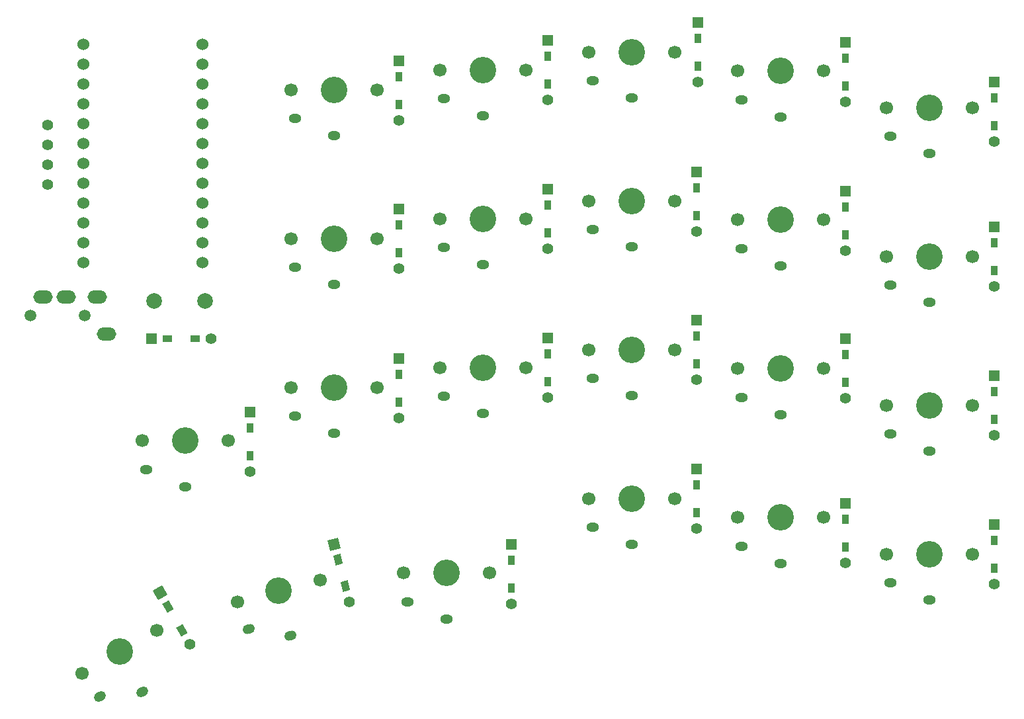
<source format=gbr>
%TF.GenerationSoftware,KiCad,Pcbnew,7.0.10*%
%TF.CreationDate,2024-09-26T01:27:18+09:00*%
%TF.ProjectId,keyboard_denchi_right,6b657962-6f61-4726-945f-64656e636869,rev?*%
%TF.SameCoordinates,Original*%
%TF.FileFunction,Soldermask,Top*%
%TF.FilePolarity,Negative*%
%FSLAX46Y46*%
G04 Gerber Fmt 4.6, Leading zero omitted, Abs format (unit mm)*
G04 Created by KiCad (PCBNEW 7.0.10) date 2024-09-26 01:27:18*
%MOMM*%
%LPD*%
G01*
G04 APERTURE LIST*
G04 Aperture macros list*
%AMHorizOval*
0 Thick line with rounded ends*
0 $1 width*
0 $2 $3 position (X,Y) of the first rounded end (center of the circle)*
0 $4 $5 position (X,Y) of the second rounded end (center of the circle)*
0 Add line between two ends*
20,1,$1,$2,$3,$4,$5,0*
0 Add two circle primitives to create the rounded ends*
1,1,$1,$2,$3*
1,1,$1,$4,$5*%
%AMRotRect*
0 Rectangle, with rotation*
0 The origin of the aperture is its center*
0 $1 length*
0 $2 width*
0 $3 Rotation angle, in degrees counterclockwise*
0 Add horizontal line*
21,1,$1,$2,0,0,$3*%
G04 Aperture macros list end*
%ADD10R,1.397000X1.397000*%
%ADD11R,0.950000X1.300000*%
%ADD12C,1.397000*%
%ADD13C,1.700000*%
%ADD14C,3.400000*%
%ADD15O,1.600000X1.200000*%
%ADD16C,2.000000*%
%ADD17RotRect,1.397000X1.397000X285.000000*%
%ADD18RotRect,1.300000X0.950000X285.000000*%
%ADD19HorizOval,1.200000X0.193185X0.051764X-0.193185X-0.051764X0*%
%ADD20RotRect,1.397000X1.397000X300.000000*%
%ADD21RotRect,1.300000X0.950000X300.000000*%
%ADD22HorizOval,1.200000X0.173205X0.100000X-0.173205X-0.100000X0*%
%ADD23C,1.500000*%
%ADD24O,2.500000X1.700000*%
%ADD25R,1.300000X0.950000*%
%ADD26C,1.524000*%
G04 APERTURE END LIST*
D10*
%TO.C,rD15*%
X135356000Y-110593000D03*
D11*
X135356000Y-112628000D03*
X135356000Y-116178000D03*
D12*
X135356000Y-118213000D03*
%TD*%
D13*
%TO.C,rSW3*%
X159647000Y-71350000D03*
D14*
X165147000Y-71350000D03*
D13*
X170647000Y-71350000D03*
D15*
X160147000Y-75050000D03*
X165147000Y-77250000D03*
%TD*%
D13*
%TO.C,rSW5*%
X121547000Y-76176000D03*
D14*
X127047000Y-76176000D03*
D13*
X132547000Y-76176000D03*
D15*
X122047000Y-79876000D03*
X127047000Y-82076000D03*
%TD*%
D13*
%TO.C,rSW7*%
X178697000Y-92813000D03*
D14*
X184197000Y-92813000D03*
D13*
X189697000Y-92813000D03*
D15*
X179197000Y-96513000D03*
X184197000Y-98713000D03*
%TD*%
D10*
%TO.C,rD4*%
X154406000Y-69826000D03*
D11*
X154406000Y-71861000D03*
X154406000Y-75411000D03*
D12*
X154406000Y-77446000D03*
%TD*%
D10*
%TO.C,rD19*%
X173456000Y-124690000D03*
D11*
X173456000Y-126725000D03*
X173456000Y-130275000D03*
D12*
X173456000Y-132310000D03*
%TD*%
D10*
%TO.C,rD10*%
X135356000Y-91416000D03*
D11*
X135356000Y-93451000D03*
X135356000Y-97001000D03*
D12*
X135356000Y-99036000D03*
%TD*%
D13*
%TO.C,rSW2*%
X178697000Y-73763000D03*
D14*
X184197000Y-73763000D03*
D13*
X189697000Y-73763000D03*
D15*
X179197000Y-77463000D03*
X184197000Y-79663000D03*
%TD*%
D10*
%TO.C,rD13*%
X173456000Y-105640000D03*
D11*
X173456000Y-107675000D03*
X173456000Y-111225000D03*
D12*
X173456000Y-113260000D03*
%TD*%
D16*
%TO.C,rSW23*%
X110485000Y-103227000D03*
X103985000Y-103227000D03*
%TD*%
D10*
%TO.C,rD8*%
X173456000Y-86717000D03*
D11*
X173456000Y-88752000D03*
X173456000Y-92302000D03*
D12*
X173456000Y-94337000D03*
%TD*%
D13*
%TO.C,rSW16*%
X102497000Y-121102000D03*
D14*
X107997000Y-121102000D03*
D13*
X113497000Y-121102000D03*
D15*
X102997000Y-124802000D03*
X107997000Y-127002000D03*
%TD*%
D13*
%TO.C,rSW8*%
X159647000Y-90400000D03*
D14*
X165147000Y-90400000D03*
D13*
X170647000Y-90400000D03*
D15*
X160147000Y-94100000D03*
X165147000Y-96300000D03*
%TD*%
D13*
%TO.C,rSW19*%
X159647000Y-128500000D03*
D14*
X165147000Y-128500000D03*
D13*
X170647000Y-128500000D03*
D15*
X160147000Y-132200000D03*
X165147000Y-134400000D03*
%TD*%
D17*
%TO.C,rD21*%
X127003899Y-134344823D03*
D18*
X127530596Y-136310482D03*
X128449404Y-139739518D03*
D12*
X128976101Y-141705177D03*
%TD*%
D10*
%TO.C,rD20*%
X149707000Y-134342000D03*
D11*
X149707000Y-136377000D03*
X149707000Y-139927000D03*
D12*
X149707000Y-141962000D03*
%TD*%
D13*
%TO.C,rSW4*%
X140597000Y-73636000D03*
D14*
X146097000Y-73636000D03*
D13*
X151597000Y-73636000D03*
D15*
X141097000Y-77336000D03*
X146097000Y-79536000D03*
%TD*%
D13*
%TO.C,rSW21*%
X114626600Y-141752810D03*
D14*
X119939192Y-140329305D03*
D13*
X125251784Y-138905800D03*
D19*
X116067193Y-145197326D03*
X121466224Y-146028267D03*
%TD*%
D10*
%TO.C,rD7*%
X192506000Y-89130000D03*
D11*
X192506000Y-91165000D03*
X192506000Y-94715000D03*
D12*
X192506000Y-96750000D03*
%TD*%
D13*
%TO.C,rSW10*%
X121547000Y-95226000D03*
D14*
X127047000Y-95226000D03*
D13*
X132547000Y-95226000D03*
D15*
X122047000Y-98926000D03*
X127047000Y-101126000D03*
%TD*%
D10*
%TO.C,rD17*%
X211556000Y-131802000D03*
D11*
X211556000Y-133837000D03*
X211556000Y-137387000D03*
D12*
X211556000Y-139422000D03*
%TD*%
D10*
%TO.C,rD14*%
X154406000Y-107926000D03*
D11*
X154406000Y-109961000D03*
X154406000Y-113511000D03*
D12*
X154406000Y-115546000D03*
%TD*%
D10*
%TO.C,rD2*%
X192506000Y-70080000D03*
D11*
X192506000Y-72115000D03*
X192506000Y-75665000D03*
D12*
X192506000Y-77700000D03*
%TD*%
D13*
%TO.C,rSW15*%
X121547000Y-114276000D03*
D14*
X127047000Y-114276000D03*
D13*
X132547000Y-114276000D03*
D15*
X122047000Y-117976000D03*
X127047000Y-120176000D03*
%TD*%
D20*
%TO.C,rD22*%
X104749835Y-140568278D03*
D21*
X105767335Y-142330640D03*
X107542335Y-145405030D03*
D12*
X108559835Y-147167392D03*
%TD*%
D13*
%TO.C,rSW22*%
X94782252Y-150877608D03*
D14*
X99545392Y-148127608D03*
D13*
X104308532Y-145377608D03*
D22*
X97065265Y-153831902D03*
X102495392Y-153237158D03*
%TD*%
D23*
%TO.C,rJ1*%
X88134000Y-105078500D03*
X95134000Y-105078500D03*
D24*
X97934000Y-107478500D03*
X89734000Y-102678500D03*
X92734000Y-102678500D03*
X96734000Y-102678500D03*
%TD*%
D12*
%TO.C,rOL1*%
X90344000Y-88335000D03*
X90344000Y-85795000D03*
X90344000Y-83255000D03*
X90344000Y-80715000D03*
%TD*%
D10*
%TO.C,rD6*%
X211556000Y-93702000D03*
D11*
X211556000Y-95737000D03*
X211556000Y-99287000D03*
D12*
X211556000Y-101322000D03*
%TD*%
D13*
%TO.C,rSW13*%
X159647000Y-109450000D03*
D14*
X165147000Y-109450000D03*
D13*
X170647000Y-109450000D03*
D15*
X160147000Y-113150000D03*
X165147000Y-115350000D03*
%TD*%
D13*
%TO.C,rSW11*%
X197747000Y-116562000D03*
D14*
X203247000Y-116562000D03*
D13*
X208747000Y-116562000D03*
D15*
X198247000Y-120262000D03*
X203247000Y-122462000D03*
%TD*%
D13*
%TO.C,rSW17*%
X197747000Y-135612000D03*
D14*
X203247000Y-135612000D03*
D13*
X208747000Y-135612000D03*
D15*
X198247000Y-139312000D03*
X203247000Y-141512000D03*
%TD*%
D13*
%TO.C,rSW12*%
X178697000Y-111863000D03*
D14*
X184197000Y-111863000D03*
D13*
X189697000Y-111863000D03*
D15*
X179197000Y-115563000D03*
X184197000Y-117763000D03*
%TD*%
D10*
%TO.C,rD16*%
X116306000Y-117451000D03*
D11*
X116306000Y-119486000D03*
X116306000Y-123036000D03*
D12*
X116306000Y-125071000D03*
%TD*%
D10*
%TO.C,rD23*%
X103679000Y-108053000D03*
D25*
X105714000Y-108053000D03*
X109264000Y-108053000D03*
D12*
X111299000Y-108053000D03*
%TD*%
D10*
%TO.C,rD3*%
X173583000Y-67540000D03*
D11*
X173583000Y-69575000D03*
X173583000Y-73125000D03*
D12*
X173583000Y-75160000D03*
%TD*%
D13*
%TO.C,rSW20*%
X135898000Y-138025000D03*
D14*
X141398000Y-138025000D03*
D13*
X146898000Y-138025000D03*
D15*
X136398000Y-141725000D03*
X141398000Y-143925000D03*
%TD*%
D26*
%TO.C,rU1*%
X110156000Y-70334000D03*
X110156000Y-72874000D03*
X110156000Y-75414000D03*
X110156000Y-77954000D03*
X110156000Y-80494000D03*
X110156000Y-83034000D03*
X110156000Y-85574000D03*
X110156000Y-88114000D03*
X110156000Y-90654000D03*
X110156000Y-93194000D03*
X110156000Y-95734000D03*
X110156000Y-98274000D03*
X94916000Y-98274000D03*
X94916000Y-95734000D03*
X94916000Y-93194000D03*
X94916000Y-90654000D03*
X94916000Y-88114000D03*
X94916000Y-85574000D03*
X94916000Y-83034000D03*
X94916000Y-80494000D03*
X94916000Y-77954000D03*
X94916000Y-75414000D03*
X94916000Y-72874000D03*
X94916000Y-70334000D03*
%TD*%
D10*
%TO.C,rD9*%
X154406000Y-88876000D03*
D11*
X154406000Y-90911000D03*
X154406000Y-94461000D03*
D12*
X154406000Y-96496000D03*
%TD*%
D10*
%TO.C,rD5*%
X135356000Y-72493000D03*
D11*
X135356000Y-74528000D03*
X135356000Y-78078000D03*
D12*
X135356000Y-80113000D03*
%TD*%
D10*
%TO.C,rD18*%
X192506000Y-129135000D03*
D11*
X192506000Y-131170000D03*
X192506000Y-134720000D03*
D12*
X192506000Y-136755000D03*
%TD*%
D10*
%TO.C,rD12*%
X192506000Y-108053000D03*
D11*
X192506000Y-110088000D03*
X192506000Y-113638000D03*
D12*
X192506000Y-115673000D03*
%TD*%
D13*
%TO.C,rSW9*%
X140597000Y-92686000D03*
D14*
X146097000Y-92686000D03*
D13*
X151597000Y-92686000D03*
D15*
X141097000Y-96386000D03*
X146097000Y-98586000D03*
%TD*%
D13*
%TO.C,rSW6*%
X197747000Y-97512000D03*
D14*
X203247000Y-97512000D03*
D13*
X208747000Y-97512000D03*
D15*
X198247000Y-101212000D03*
X203247000Y-103412000D03*
%TD*%
D13*
%TO.C,rSW14*%
X140597000Y-111736000D03*
D14*
X146097000Y-111736000D03*
D13*
X151597000Y-111736000D03*
D15*
X141097000Y-115436000D03*
X146097000Y-117636000D03*
%TD*%
D13*
%TO.C,rSW18*%
X178697000Y-130913000D03*
D14*
X184197000Y-130913000D03*
D13*
X189697000Y-130913000D03*
D15*
X179197000Y-134613000D03*
X184197000Y-136813000D03*
%TD*%
D13*
%TO.C,rSW1*%
X197747000Y-78467500D03*
D14*
X203247000Y-78467500D03*
D13*
X208747000Y-78467500D03*
D15*
X198247000Y-82167500D03*
X203247000Y-84367500D03*
%TD*%
D10*
%TO.C,rD1*%
X211556000Y-75160000D03*
D11*
X211556000Y-77195000D03*
X211556000Y-80745000D03*
D12*
X211556000Y-82780000D03*
%TD*%
D10*
%TO.C,rD11*%
X211556000Y-112752000D03*
D11*
X211556000Y-114787000D03*
X211556000Y-118337000D03*
D12*
X211556000Y-120372000D03*
%TD*%
M02*

</source>
